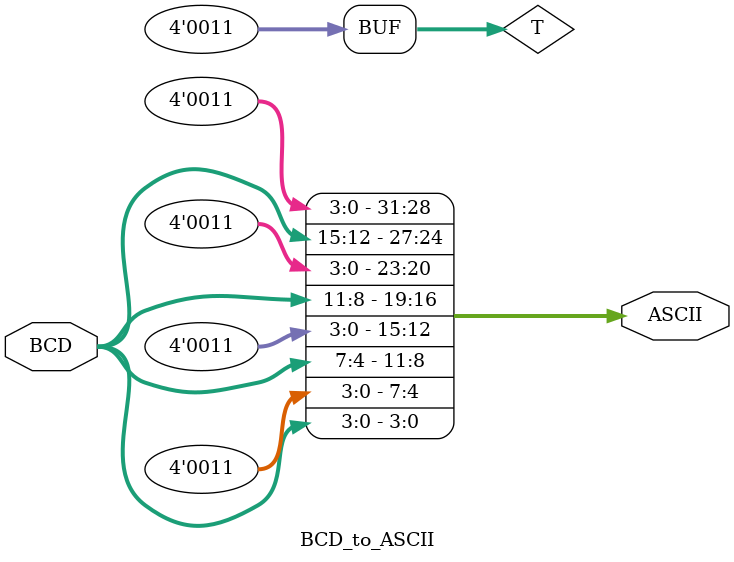
<source format=v>


module BCD_to_ASCII# (parameter N=32,M=16) (ASCII, BCD) ;
input  [M-1:0] BCD;
output [N-1:0]ASCII;

wire [3:0]T;

assign T= 4'b0011;
assign ASCII={T, BCD[15:12] ,T, BCD[11:8],T, BCD[7:4],T, BCD[3:0]};
endmodule

</source>
